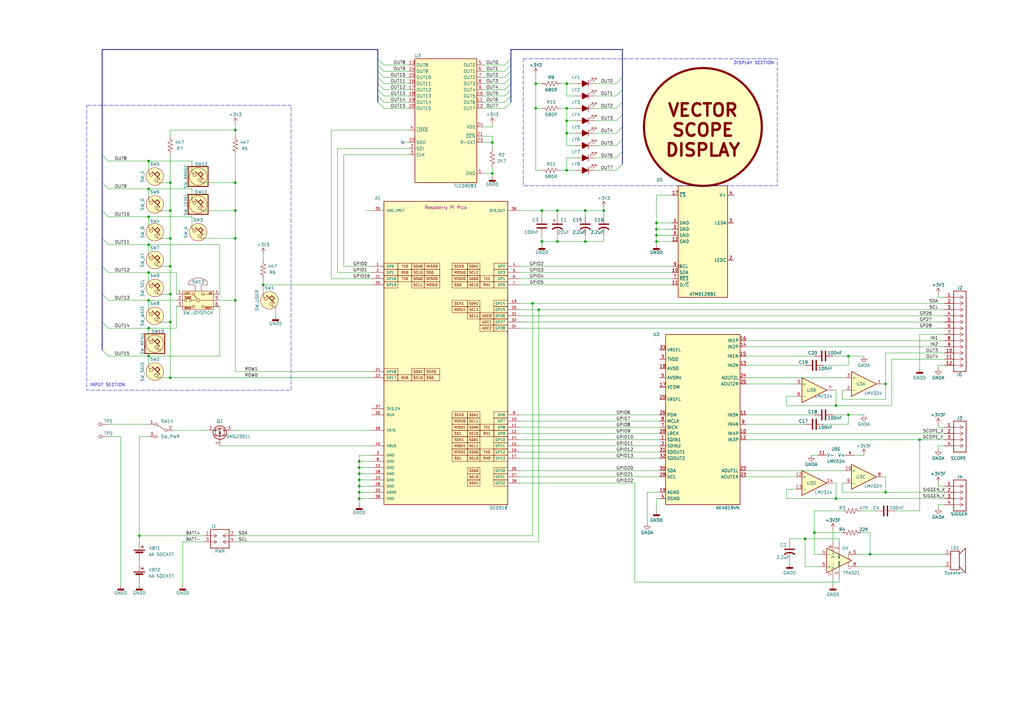
<source format=kicad_sch>
(kicad_sch (version 20230121) (generator eeschema)
  (paper "A3")
  (junction (at 240.03 99.06))
  (junction (at 269.24 99.06))
  (junction (at 69.85 97.79))
  (junction (at 219.71 44.45))
  (junction (at 96.52 123.19))
  (junction (at 222.25 99.06))
  (junction (at 232.41 54.61))
  (junction (at 69.85 120.65))
  (junction (at 69.85 74.93))
  (junction (at 147.32 204.47))
  (junction (at 247.65 86.36))
  (junction (at 69.85 109.22))
  (junction (at 57.15 219.71))
  (junction (at 220.98 127))
  (junction (at 219.71 34.29))
  (junction (at 69.85 154.94))
  (junction (at 96.52 86.36))
  (junction (at 147.32 194.31))
  (junction (at 222.25 86.36))
  (junction (at 147.32 199.39))
  (junction (at 232.41 34.29))
  (junction (at 269.24 91.44))
  (junction (at 363.22 157.48))
  (junction (at 232.41 49.53))
  (junction (at 60.96 66.04))
  (junction (at 228.6 86.36))
  (junction (at 269.24 96.52))
  (junction (at 330.2 220.98))
  (junction (at 347.98 170.18))
  (junction (at 240.03 86.36))
  (junction (at 60.96 146.05))
  (junction (at 96.52 97.79))
  (junction (at 232.41 44.45))
  (junction (at 96.52 74.93))
  (junction (at 147.32 189.23))
  (junction (at 60.96 123.19))
  (junction (at 342.9 204.47))
  (junction (at 107.95 116.84))
  (junction (at 377.19 180.34))
  (junction (at 96.52 53.34))
  (junction (at 60.96 134.62))
  (junction (at 147.32 201.93))
  (junction (at 147.32 196.85))
  (junction (at 269.24 93.98))
  (junction (at 147.32 191.77))
  (junction (at 232.41 69.85))
  (junction (at 342.9 166.37))
  (junction (at 60.96 88.9))
  (junction (at 218.44 124.46))
  (junction (at 356.87 227.33))
  (junction (at 347.98 146.05))
  (junction (at 60.96 111.76))
  (junction (at 228.6 99.06))
  (junction (at 201.93 71.12))
  (junction (at 363.22 201.93))
  (junction (at 69.85 132.08))
  (junction (at 60.96 77.47))
  (junction (at 60.96 100.33))
  (junction (at 201.93 58.42))
  (junction (at 69.85 86.36))
  (junction (at 334.01 218.44))
  (no_connect (at 165.1 58.42))
  (bus_entry (at 252.73 69.85) (size 2.54 -2.54))
  (bus_entry (at 207.01 26.67) (size 2.54 -2.54))
  (bus_entry (at 41.91 63.5) (size 2.54 2.54))
  (bus_entry (at 207.01 34.29) (size 2.54 -2.54))
  (bus_entry (at 207.01 39.37) (size 2.54 -2.54))
  (bus_entry (at 252.73 59.69) (size 2.54 -2.54))
  (bus_entry (at 157.48 26.67) (size -2.54 -2.54))
  (bus_entry (at 252.73 34.29) (size 2.54 -2.54))
  (bus_entry (at 252.73 39.37) (size 2.54 -2.54))
  (bus_entry (at 41.91 109.22) (size 2.54 2.54))
  (bus_entry (at 41.91 132.08) (size 2.54 2.54))
  (bus_entry (at 157.48 41.91) (size -2.54 -2.54))
  (bus_entry (at 252.73 44.45) (size 2.54 -2.54))
  (bus_entry (at 252.73 54.61) (size 2.54 -2.54))
  (bus_entry (at 41.91 143.51) (size 2.54 2.54))
  (bus_entry (at 207.01 36.83) (size 2.54 -2.54))
  (bus_entry (at 157.48 31.75) (size -2.54 -2.54))
  (bus_entry (at 207.01 31.75) (size 2.54 -2.54))
  (bus_entry (at 252.73 64.77) (size 2.54 -2.54))
  (bus_entry (at 157.48 44.45) (size -2.54 -2.54))
  (bus_entry (at 41.91 97.79) (size 2.54 2.54))
  (bus_entry (at 207.01 29.21) (size 2.54 -2.54))
  (bus_entry (at 41.91 86.36) (size 2.54 2.54))
  (bus_entry (at 157.48 29.21) (size -2.54 -2.54))
  (bus_entry (at 207.01 44.45) (size 2.54 -2.54))
  (bus_entry (at 41.91 74.93) (size 2.54 2.54))
  (bus_entry (at 157.48 34.29) (size -2.54 -2.54))
  (bus_entry (at 157.48 36.83) (size -2.54 -2.54))
  (bus_entry (at 207.01 41.91) (size 2.54 -2.54))
  (bus_entry (at 252.73 49.53) (size 2.54 -2.54))
  (bus_entry (at 41.91 120.65) (size 2.54 2.54))
  (bus_entry (at 157.48 39.37) (size -2.54 -2.54))
  (bus (pts (xy 41.91 120.65) (xy 41.91 132.08)))
  (wire (pts (xy 269.24 93.98) (xy 269.24 96.52)))
  (wire (pts (xy 326.39 200.66) (xy 322.58 200.66)))
  (wire (pts (xy 60.96 123.19) (xy 60.96 127)))
  (bus (pts (xy 41.91 74.93) (xy 41.91 86.36)))
  (wire (pts (xy 337.82 173.99) (xy 347.98 173.99)))
  (wire (pts (xy 69.85 154.94) (xy 152.4 154.94)))
  (wire (pts (xy 232.41 34.29) (xy 229.87 34.29)))
  (wire (pts (xy 140.97 109.22) (xy 152.4 109.22)))
  (wire (pts (xy 306.07 142.24) (xy 387.35 142.24)))
  (bus (pts (xy 209.55 26.67) (xy 209.55 29.21)))
  (wire (pts (xy 57.15 219.71) (xy 57.15 222.25)))
  (bus (pts (xy 154.94 26.67) (xy 154.94 29.21)))
  (wire (pts (xy 306.07 193.04) (xy 346.71 193.04)))
  (wire (pts (xy 269.24 80.01) (xy 269.24 91.44)))
  (wire (pts (xy 322.58 200.66) (xy 322.58 204.47)))
  (wire (pts (xy 332.74 186.69) (xy 335.28 186.69)))
  (wire (pts (xy 323.85 220.98) (xy 330.2 220.98)))
  (wire (pts (xy 90.17 182.88) (xy 152.4 182.88)))
  (wire (pts (xy 351.79 232.41) (xy 387.35 232.41)))
  (bus (pts (xy 154.94 20.32) (xy 154.94 24.13)))
  (wire (pts (xy 96.52 50.8) (xy 96.52 53.34)))
  (wire (pts (xy 198.12 52.07) (xy 201.93 52.07)))
  (bus (pts (xy 209.55 20.32) (xy 209.55 24.13)))
  (wire (pts (xy 147.32 196.85) (xy 152.4 196.85)))
  (wire (pts (xy 363.22 201.93) (xy 363.22 195.58)))
  (wire (pts (xy 345.44 198.12) (xy 345.44 201.93)))
  (wire (pts (xy 201.93 55.88) (xy 201.93 58.42)))
  (wire (pts (xy 347.98 170.18) (xy 354.33 170.18)))
  (wire (pts (xy 138.43 60.96) (xy 138.43 111.76)))
  (wire (pts (xy 247.65 99.06) (xy 247.65 96.52)))
  (wire (pts (xy 198.12 29.21) (xy 207.01 29.21)))
  (wire (pts (xy 322.58 162.56) (xy 322.58 166.37)))
  (wire (pts (xy 384.81 182.88) (xy 387.35 182.88)))
  (wire (pts (xy 44.45 111.76) (xy 60.96 111.76)))
  (wire (pts (xy 363.22 195.58) (xy 361.95 195.58)))
  (wire (pts (xy 337.82 149.86) (xy 347.98 149.86)))
  (wire (pts (xy 363.22 201.93) (xy 387.35 201.93)))
  (wire (pts (xy 147.32 191.77) (xy 147.32 194.31)))
  (bus (pts (xy 41.91 20.32) (xy 41.91 63.5)))
  (wire (pts (xy 219.71 30.48) (xy 219.71 34.29)))
  (bus (pts (xy 41.91 109.22) (xy 41.91 120.65)))
  (wire (pts (xy 147.32 201.93) (xy 152.4 201.93)))
  (wire (pts (xy 213.36 180.34) (xy 270.51 180.34)))
  (wire (pts (xy 247.65 85.09) (xy 247.65 86.36)))
  (wire (pts (xy 232.41 44.45) (xy 229.87 44.45)))
  (wire (pts (xy 232.41 49.53) (xy 232.41 54.61)))
  (wire (pts (xy 306.07 180.34) (xy 377.19 180.34)))
  (wire (pts (xy 344.17 220.98) (xy 330.2 220.98)))
  (wire (pts (xy 96.52 53.34) (xy 96.52 55.88)))
  (wire (pts (xy 377.19 151.13) (xy 377.19 137.16)))
  (wire (pts (xy 347.98 170.18) (xy 347.98 173.99)))
  (wire (pts (xy 66.04 120.65) (xy 69.85 120.65)))
  (wire (pts (xy 270.51 204.47) (xy 269.24 204.47)))
  (wire (pts (xy 167.64 39.37) (xy 157.48 39.37)))
  (wire (pts (xy 213.36 182.88) (xy 270.51 182.88)))
  (wire (pts (xy 198.12 55.88) (xy 201.93 55.88)))
  (bus (pts (xy 209.55 29.21) (xy 209.55 31.75)))
  (wire (pts (xy 66.04 86.36) (xy 69.85 86.36)))
  (wire (pts (xy 96.52 86.36) (xy 96.52 97.79)))
  (wire (pts (xy 60.96 146.05) (xy 60.96 149.86)))
  (wire (pts (xy 377.19 137.16) (xy 387.35 137.16)))
  (wire (pts (xy 306.07 139.7) (xy 387.35 139.7)))
  (wire (pts (xy 83.82 74.93) (xy 96.52 74.93)))
  (wire (pts (xy 83.82 86.36) (xy 96.52 86.36)))
  (wire (pts (xy 201.93 52.07) (xy 201.93 50.8)))
  (wire (pts (xy 232.41 59.69) (xy 236.22 59.69)))
  (wire (pts (xy 213.36 198.12) (xy 260.35 198.12)))
  (wire (pts (xy 341.63 217.17) (xy 341.63 222.25)))
  (wire (pts (xy 60.96 123.19) (xy 72.39 123.19)))
  (bus (pts (xy 255.27 31.75) (xy 255.27 36.83)))
  (wire (pts (xy 44.45 77.47) (xy 60.96 77.47)))
  (wire (pts (xy 147.32 196.85) (xy 147.32 199.39)))
  (wire (pts (xy 260.35 238.76) (xy 260.35 198.12)))
  (wire (pts (xy 213.36 109.22) (xy 275.59 109.22)))
  (wire (pts (xy 220.98 222.25) (xy 220.98 127)))
  (wire (pts (xy 222.25 86.36) (xy 222.25 88.9)))
  (wire (pts (xy 60.96 77.47) (xy 60.96 81.28)))
  (wire (pts (xy 66.04 74.93) (xy 69.85 74.93)))
  (bus (pts (xy 255.27 20.32) (xy 255.27 31.75)))
  (wire (pts (xy 228.6 86.36) (xy 240.03 86.36)))
  (bus (pts (xy 255.27 46.99) (xy 255.27 52.07)))
  (wire (pts (xy 330.2 220.98) (xy 330.2 232.41)))
  (wire (pts (xy 334.01 209.55) (xy 334.01 218.44)))
  (bus (pts (xy 209.55 36.83) (xy 209.55 39.37)))
  (wire (pts (xy 107.95 104.14) (xy 107.95 106.68)))
  (bus (pts (xy 154.94 34.29) (xy 154.94 36.83)))
  (wire (pts (xy 345.44 163.83) (xy 363.22 163.83)))
  (wire (pts (xy 198.12 26.67) (xy 207.01 26.67)))
  (bus (pts (xy 209.55 34.29) (xy 209.55 36.83)))
  (wire (pts (xy 69.85 86.36) (xy 69.85 97.79)))
  (wire (pts (xy 167.64 34.29) (xy 157.48 34.29)))
  (wire (pts (xy 363.22 144.78) (xy 363.22 157.48)))
  (wire (pts (xy 60.96 88.9) (xy 60.96 92.71)))
  (wire (pts (xy 384.81 199.39) (xy 387.35 199.39)))
  (wire (pts (xy 147.32 199.39) (xy 152.4 199.39)))
  (wire (pts (xy 243.84 59.69) (xy 252.73 59.69)))
  (wire (pts (xy 384.81 149.86) (xy 387.35 149.86)))
  (wire (pts (xy 232.41 69.85) (xy 232.41 64.77)))
  (wire (pts (xy 60.96 77.47) (xy 78.74 77.47)))
  (wire (pts (xy 341.63 146.05) (xy 347.98 146.05)))
  (wire (pts (xy 232.41 69.85) (xy 229.87 69.85)))
  (wire (pts (xy 240.03 99.06) (xy 240.03 96.52)))
  (wire (pts (xy 60.96 146.05) (xy 90.17 146.05)))
  (wire (pts (xy 323.85 222.25) (xy 323.85 220.98)))
  (wire (pts (xy 384.81 149.86) (xy 384.81 151.13)))
  (wire (pts (xy 69.85 132.08) (xy 69.85 154.94)))
  (wire (pts (xy 306.07 157.48) (xy 326.39 157.48)))
  (wire (pts (xy 322.58 204.47) (xy 342.9 204.47)))
  (wire (pts (xy 147.32 189.23) (xy 147.32 191.77)))
  (wire (pts (xy 201.93 58.42) (xy 198.12 58.42)))
  (wire (pts (xy 269.24 91.44) (xy 269.24 93.98)))
  (bus (pts (xy 255.27 41.91) (xy 255.27 46.99)))
  (wire (pts (xy 44.45 100.33) (xy 60.96 100.33)))
  (bus (pts (xy 255.27 52.07) (xy 255.27 57.15)))
  (wire (pts (xy 140.97 63.5) (xy 140.97 109.22)))
  (wire (pts (xy 57.15 179.07) (xy 57.15 219.71)))
  (wire (pts (xy 346.71 198.12) (xy 345.44 198.12)))
  (wire (pts (xy 341.63 170.18) (xy 347.98 170.18)))
  (wire (pts (xy 213.36 86.36) (xy 222.25 86.36)))
  (bus (pts (xy 255.27 57.15) (xy 255.27 62.23)))
  (wire (pts (xy 167.64 29.21) (xy 157.48 29.21)))
  (wire (pts (xy 236.22 39.37) (xy 232.41 39.37)))
  (wire (pts (xy 60.96 88.9) (xy 78.74 88.9)))
  (wire (pts (xy 167.64 36.83) (xy 157.48 36.83)))
  (wire (pts (xy 342.9 204.47) (xy 387.35 204.47)))
  (wire (pts (xy 377.19 180.34) (xy 387.35 180.34)))
  (wire (pts (xy 167.64 41.91) (xy 157.48 41.91)))
  (wire (pts (xy 69.85 120.65) (xy 69.85 132.08)))
  (wire (pts (xy 213.36 177.8) (xy 270.51 177.8)))
  (wire (pts (xy 345.44 218.44) (xy 334.01 218.44)))
  (bus (pts (xy 154.94 36.83) (xy 154.94 39.37)))
  (wire (pts (xy 96.52 152.4) (xy 96.52 123.19)))
  (wire (pts (xy 44.45 88.9) (xy 60.96 88.9)))
  (wire (pts (xy 377.19 209.55) (xy 377.19 180.34)))
  (wire (pts (xy 365.76 147.32) (xy 365.76 166.37)))
  (wire (pts (xy 236.22 34.29) (xy 232.41 34.29)))
  (wire (pts (xy 83.82 97.79) (xy 96.52 97.79)))
  (wire (pts (xy 44.45 123.19) (xy 60.96 123.19)))
  (bus (pts (xy 209.55 24.13) (xy 209.55 26.67)))
  (wire (pts (xy 347.98 146.05) (xy 354.33 146.05)))
  (wire (pts (xy 213.36 187.96) (xy 270.51 187.96)))
  (wire (pts (xy 60.96 100.33) (xy 60.96 104.14)))
  (wire (pts (xy 66.04 154.94) (xy 69.85 154.94)))
  (wire (pts (xy 72.39 125.73) (xy 72.39 134.62)))
  (wire (pts (xy 365.76 147.32) (xy 387.35 147.32)))
  (wire (pts (xy 363.22 144.78) (xy 387.35 144.78)))
  (bus (pts (xy 41.91 97.79) (xy 41.91 109.22)))
  (wire (pts (xy 232.41 44.45) (xy 232.41 49.53)))
  (wire (pts (xy 60.96 134.62) (xy 72.39 134.62)))
  (wire (pts (xy 69.85 109.22) (xy 69.85 120.65)))
  (wire (pts (xy 198.12 44.45) (xy 207.01 44.45)))
  (wire (pts (xy 69.85 55.88) (xy 69.85 53.34)))
  (bus (pts (xy 41.91 86.36) (xy 41.91 97.79)))
  (wire (pts (xy 107.95 116.84) (xy 152.4 116.84)))
  (wire (pts (xy 152.4 186.69) (xy 147.32 186.69)))
  (wire (pts (xy 219.71 44.45) (xy 219.71 69.85)))
  (wire (pts (xy 265.43 201.93) (xy 265.43 214.63)))
  (wire (pts (xy 90.17 125.73) (xy 90.17 146.05)))
  (wire (pts (xy 213.36 195.58) (xy 270.51 195.58)))
  (wire (pts (xy 147.32 204.47) (xy 152.4 204.47)))
  (wire (pts (xy 213.36 111.76) (xy 275.59 111.76)))
  (wire (pts (xy 269.24 96.52) (xy 269.24 99.06)))
  (wire (pts (xy 243.84 39.37) (xy 252.73 39.37)))
  (wire (pts (xy 334.01 227.33) (xy 336.55 227.33)))
  (wire (pts (xy 243.84 44.45) (xy 252.73 44.45)))
  (wire (pts (xy 147.32 189.23) (xy 152.4 189.23)))
  (wire (pts (xy 356.87 227.33) (xy 387.35 227.33)))
  (wire (pts (xy 228.6 99.06) (xy 240.03 99.06)))
  (wire (pts (xy 96.52 63.5) (xy 96.52 74.93)))
  (wire (pts (xy 147.32 194.31) (xy 152.4 194.31)))
  (wire (pts (xy 247.65 88.9) (xy 247.65 86.36)))
  (wire (pts (xy 147.32 194.31) (xy 147.32 196.85)))
  (bus (pts (xy 41.91 132.08) (xy 41.91 143.51)))
  (wire (pts (xy 213.36 185.42) (xy 270.51 185.42)))
  (wire (pts (xy 341.63 160.02) (xy 342.9 160.02)))
  (wire (pts (xy 240.03 88.9) (xy 240.03 86.36)))
  (wire (pts (xy 275.59 80.01) (xy 269.24 80.01)))
  (wire (pts (xy 323.85 231.14) (xy 323.85 229.87)))
  (wire (pts (xy 71.12 176.53) (xy 85.09 176.53)))
  (wire (pts (xy 78.74 92.71) (xy 78.74 88.9)))
  (wire (pts (xy 95.25 176.53) (xy 152.4 176.53)))
  (wire (pts (xy 78.74 81.28) (xy 78.74 77.47)))
  (wire (pts (xy 220.98 127) (xy 387.35 127)))
  (wire (pts (xy 350.52 186.69) (xy 354.33 186.69)))
  (wire (pts (xy 213.36 124.46) (xy 218.44 124.46)))
  (wire (pts (xy 213.36 170.18) (xy 270.51 170.18)))
  (wire (pts (xy 243.84 69.85) (xy 252.73 69.85)))
  (wire (pts (xy 243.84 54.61) (xy 252.73 54.61)))
  (wire (pts (xy 384.81 198.12) (xy 384.81 199.39)))
  (wire (pts (xy 361.95 157.48) (xy 363.22 157.48)))
  (wire (pts (xy 334.01 218.44) (xy 334.01 227.33)))
  (wire (pts (xy 269.24 96.52) (xy 275.59 96.52)))
  (wire (pts (xy 72.39 111.76) (xy 72.39 120.65)))
  (wire (pts (xy 44.45 134.62) (xy 60.96 134.62)))
  (wire (pts (xy 198.12 34.29) (xy 207.01 34.29)))
  (wire (pts (xy 344.17 237.49) (xy 344.17 238.76)))
  (wire (pts (xy 140.97 63.5) (xy 167.64 63.5)))
  (wire (pts (xy 306.07 177.8) (xy 387.35 177.8)))
  (wire (pts (xy 213.36 127) (xy 220.98 127)))
  (wire (pts (xy 346.71 160.02) (xy 345.44 160.02)))
  (wire (pts (xy 60.96 66.04) (xy 78.74 66.04)))
  (wire (pts (xy 74.93 222.25) (xy 74.93 240.03)))
  (wire (pts (xy 269.24 99.06) (xy 269.24 100.33)))
  (wire (pts (xy 384.81 173.99) (xy 384.81 175.26)))
  (wire (pts (xy 69.85 63.5) (xy 69.85 74.93)))
  (wire (pts (xy 57.15 229.87) (xy 57.15 231.14)))
  (wire (pts (xy 113.03 125.73) (xy 113.03 129.54)))
  (wire (pts (xy 60.96 100.33) (xy 90.17 100.33)))
  (wire (pts (xy 353.06 218.44) (xy 356.87 218.44)))
  (wire (pts (xy 228.6 99.06) (xy 228.6 96.52)))
  (wire (pts (xy 69.85 97.79) (xy 69.85 109.22)))
  (wire (pts (xy 60.96 134.62) (xy 60.96 138.43)))
  (wire (pts (xy 269.24 91.44) (xy 275.59 91.44)))
  (wire (pts (xy 138.43 60.96) (xy 167.64 60.96)))
  (bus (pts (xy 255.27 36.83) (xy 255.27 41.91)))
  (bus (pts (xy 209.55 20.32) (xy 255.27 20.32)))
  (wire (pts (xy 236.22 44.45) (xy 232.41 44.45)))
  (wire (pts (xy 218.44 124.46) (xy 218.44 219.71)))
  (wire (pts (xy 326.39 162.56) (xy 322.58 162.56)))
  (bus (pts (xy 41.91 63.5) (xy 41.91 74.93)))
  (wire (pts (xy 44.45 173.99) (xy 60.96 173.99)))
  (wire (pts (xy 96.52 152.4) (xy 152.4 152.4)))
  (wire (pts (xy 218.44 124.46) (xy 387.35 124.46)))
  (wire (pts (xy 356.87 218.44) (xy 356.87 227.33)))
  (wire (pts (xy 222.25 69.85) (xy 219.71 69.85)))
  (wire (pts (xy 384.81 207.01) (xy 384.81 208.28)))
  (wire (pts (xy 345.44 209.55) (xy 334.01 209.55)))
  (wire (pts (xy 78.74 69.85) (xy 78.74 66.04)))
  (wire (pts (xy 96.52 222.25) (xy 220.98 222.25)))
  (wire (pts (xy 66.04 109.22) (xy 69.85 109.22)))
  (wire (pts (xy 198.12 39.37) (xy 207.01 39.37)))
  (wire (pts (xy 384.81 182.88) (xy 384.81 184.15)))
  (wire (pts (xy 222.25 44.45) (xy 219.71 44.45)))
  (wire (pts (xy 243.84 49.53) (xy 252.73 49.53)))
  (wire (pts (xy 344.17 222.25) (xy 344.17 220.98)))
  (wire (pts (xy 228.6 88.9) (xy 228.6 86.36)))
  (wire (pts (xy 342.9 160.02) (xy 342.9 166.37)))
  (wire (pts (xy 345.44 201.93) (xy 363.22 201.93)))
  (wire (pts (xy 198.12 41.91) (xy 207.01 41.91)))
  (wire (pts (xy 44.45 66.04) (xy 60.96 66.04)))
  (wire (pts (xy 269.24 93.98) (xy 275.59 93.98)))
  (wire (pts (xy 198.12 71.12) (xy 201.93 71.12)))
  (bus (pts (xy 209.55 31.75) (xy 209.55 34.29)))
  (wire (pts (xy 384.81 207.01) (xy 387.35 207.01)))
  (bus (pts (xy 154.94 24.13) (xy 154.94 26.67)))
  (wire (pts (xy 232.41 54.61) (xy 232.41 59.69)))
  (wire (pts (xy 345.44 160.02) (xy 345.44 163.83)))
  (wire (pts (xy 165.1 58.42) (xy 167.64 58.42)))
  (wire (pts (xy 135.89 114.3) (xy 152.4 114.3)))
  (wire (pts (xy 306.07 154.94) (xy 346.71 154.94)))
  (wire (pts (xy 232.41 69.85) (xy 236.22 69.85)))
  (wire (pts (xy 353.06 209.55) (xy 359.41 209.55)))
  (wire (pts (xy 57.15 238.76) (xy 57.15 240.03)))
  (wire (pts (xy 243.84 64.77) (xy 252.73 64.77)))
  (wire (pts (xy 138.43 111.76) (xy 152.4 111.76)))
  (wire (pts (xy 90.17 123.19) (xy 96.52 123.19)))
  (wire (pts (xy 347.98 146.05) (xy 347.98 149.86)))
  (wire (pts (xy 167.64 31.75) (xy 157.48 31.75)))
  (wire (pts (xy 147.32 186.69) (xy 147.32 189.23)))
  (wire (pts (xy 213.36 129.54) (xy 387.35 129.54)))
  (wire (pts (xy 306.07 195.58) (xy 326.39 195.58)))
  (wire (pts (xy 363.22 157.48) (xy 363.22 163.83)))
  (wire (pts (xy 367.03 209.55) (xy 377.19 209.55)))
  (wire (pts (xy 135.89 53.34) (xy 167.64 53.34)))
  (wire (pts (xy 236.22 64.77) (xy 232.41 64.77)))
  (wire (pts (xy 96.52 97.79) (xy 96.52 123.19)))
  (wire (pts (xy 222.25 99.06) (xy 222.25 96.52)))
  (wire (pts (xy 384.81 121.92) (xy 387.35 121.92)))
  (wire (pts (xy 198.12 31.75) (xy 207.01 31.75)))
  (wire (pts (xy 49.53 179.07) (xy 49.53 240.03)))
  (wire (pts (xy 57.15 219.71) (xy 83.82 219.71)))
  (wire (pts (xy 306.07 170.18) (xy 334.01 170.18)))
  (wire (pts (xy 232.41 34.29) (xy 232.41 39.37)))
  (wire (pts (xy 351.79 227.33) (xy 356.87 227.33)))
  (wire (pts (xy 57.15 179.07) (xy 60.96 179.07)))
  (wire (pts (xy 269.24 204.47) (xy 269.24 209.55)))
  (wire (pts (xy 135.89 53.34) (xy 135.89 114.3)))
  (bus (pts (xy 154.94 39.37) (xy 154.94 41.91)))
  (wire (pts (xy 201.93 71.12) (xy 201.93 72.39)))
  (wire (pts (xy 243.84 34.29) (xy 252.73 34.29)))
  (wire (pts (xy 90.17 100.33) (xy 90.17 120.65)))
  (wire (pts (xy 269.24 99.06) (xy 275.59 99.06)))
  (wire (pts (xy 66.04 132.08) (xy 69.85 132.08)))
  (wire (pts (xy 149.86 86.36) (xy 152.4 86.36)))
  (wire (pts (xy 147.32 201.93) (xy 147.32 204.47)))
  (bus (pts (xy 255.27 62.23) (xy 255.27 67.31)))
  (wire (pts (xy 74.93 222.25) (xy 83.82 222.25)))
  (bus (pts (xy 154.94 29.21) (xy 154.94 31.75)))
  (wire (pts (xy 213.36 193.04) (xy 270.51 193.04)))
  (wire (pts (xy 167.64 26.67) (xy 157.48 26.67)))
  (wire (pts (xy 60.96 111.76) (xy 72.39 111.76)))
  (wire (pts (xy 240.03 86.36) (xy 247.65 86.36)))
  (wire (pts (xy 201.93 60.96) (xy 201.93 58.42)))
  (wire (pts (xy 306.07 146.05) (xy 334.01 146.05)))
  (wire (pts (xy 147.32 199.39) (xy 147.32 201.93)))
  (wire (pts (xy 213.36 114.3) (xy 275.59 114.3)))
  (wire (pts (xy 384.81 175.26) (xy 387.35 175.26)))
  (wire (pts (xy 44.45 146.05) (xy 60.96 146.05)))
  (wire (pts (xy 107.95 116.84) (xy 107.95 120.65)))
  (wire (pts (xy 342.9 198.12) (xy 342.9 204.47)))
  (wire (pts (xy 330.2 232.41) (xy 336.55 232.41)))
  (wire (pts (xy 342.9 166.37) (xy 365.76 166.37)))
  (wire (pts (xy 198.12 36.83) (xy 207.01 36.83)))
  (wire (pts (xy 213.36 172.72) (xy 270.51 172.72)))
  (wire (pts (xy 49.53 179.07) (xy 44.45 179.07)))
  (wire (pts (xy 69.85 74.93) (xy 69.85 86.36)))
  (wire (pts (xy 96.52 219.71) (xy 218.44 219.71)))
  (wire (pts (xy 66.04 97.79) (xy 69.85 97.79)))
  (wire (pts (xy 236.22 54.61) (xy 232.41 54.61)))
  (wire (pts (xy 96.52 74.93) (xy 96.52 86.36)))
  (wire (pts (xy 60.96 66.04) (xy 60.96 69.85)))
  (wire (pts (xy 219.71 34.29) (xy 219.71 44.45)))
  (wire (pts (xy 213.36 132.08) (xy 387.35 132.08)))
  (wire (pts (xy 384.81 120.65) (xy 384.81 121.92)))
  (wire (pts (xy 222.25 34.29) (xy 219.71 34.29)))
  (wire (pts (xy 341.63 237.49) (xy 341.63 240.03)))
  (bus (pts (xy 41.91 20.32) (xy 154.94 20.32)))
  (bus (pts (xy 209.55 39.37) (xy 209.55 41.91)))
  (wire (pts (xy 306.07 173.99) (xy 330.2 173.99)))
  (bus (pts (xy 154.94 31.75) (xy 154.94 34.29)))
  (wire (pts (xy 260.35 238.76) (xy 344.17 238.76)))
  (wire (pts (xy 222.25 99.06) (xy 228.6 99.06)))
  (wire (pts (xy 342.9 198.12) (xy 341.63 198.12)))
  (wire (pts (xy 228.6 86.36) (xy 222.25 86.36)))
  (wire (pts (xy 167.64 44.45) (xy 157.48 44.45)))
  (wire (pts (xy 222.25 99.06) (xy 222.25 100.33)))
  (wire (pts (xy 60.96 111.76) (xy 60.96 115.57)))
  (wire (pts (xy 236.22 49.53) (xy 232.41 49.53)))
  (wire (pts (xy 107.95 114.3) (xy 107.95 116.84)))
  (wire (pts (xy 270.51 201.93) (xy 265.43 201.93)))
  (wire (pts (xy 147.32 204.47) (xy 147.32 207.01)))
  (wire (pts (xy 213.36 116.84) (xy 275.59 116.84)))
  (wire (pts (xy 69.85 53.34) (xy 96.52 53.34)))
  (wire (pts (xy 213.36 134.62) (xy 387.35 134.62)))
  (wire (pts (xy 201.93 68.58) (xy 201.93 71.12)))
  (wire (pts (xy 322.58 166.37) (xy 342.9 166.37)))
  (wire (pts (xy 147.32 191.77) (xy 152.4 191.77)))
  (wire (pts (xy 240.03 99.06) (xy 247.65 99.06)))
  (wire (pts (xy 306.07 149.86) (xy 330.2 149.86)))
  (wire (pts (xy 213.36 175.26) (xy 270.51 175.26)))
  (rectangle (start 35.56 43.18) (end 119.38 160.02) (stroke (width 0) (type dash)))
  (rectangle (start 214.63 24.13) (end 318.77 76.2) (stroke (width 0) (type dash)))
  (text "INPUT SECTION" (at 36.83 158.75 0) (effects (font (size 1.27 1.27)) (justify left bottom)))
  (text "DISPLAY SECTION" (at 317.5 26.67 0) (effects (font (size 1.27 1.27)) (justify right bottom)))
  (label "OUT11" (at 46.99 100.33 0))
  (label "GP28" (at 382.27 134.62 180))
  (label "OUT11" (at 166.37 34.29 180))
  (label "OUT15" (at 46.99 146.05 0))
  (label "OUT3" (at 246.38 49.53 0))
  (label "OUT15" (at 166.37 44.45 180))
  (label "OUT7" (at 246.38 69.85 0))
  (label "OUT12" (at 46.99 111.76 0))
  (label "GPIO21" (at 252.73 195.58 0))
  (label "IN1" (at 384.81 139.7 180))
  (label "OUT5" (at 246.38 59.69 0))
  (label "OUT5" (at 199.39 39.37 0))
  (label "OUT9" (at 166.37 29.21 180))
  (label "GPIO11" (at 252.73 182.88 0))
  (label "OUT9" (at 46.99 77.47 0))
  (label "OUT1" (at 246.38 39.37 0))
  (label "OUT1" (at 199.39 29.21 0))
  (label "OUT4" (at 199.39 36.83 0))
  (label "OUT8" (at 166.37 26.67 180))
  (label "GPIO20" (at 252.73 193.04 0))
  (label "GPIO9" (at 252.73 177.8 0))
  (label "SDA" (at 97.79 219.71 0))
  (label "OUT6" (at 199.39 41.91 0))
  (label "SCOPE_Y" (at 378.46 180.34 0))
  (label "OUT4" (at 246.38 54.61 0))
  (label "OUT13" (at 46.99 123.19 0))
  (label "OUT2" (at 246.38 44.45 0))
  (label "OUT0" (at 199.39 26.67 0))
  (label "OUT10" (at 166.37 31.75 180))
  (label "GPIO7" (at 252.73 172.72 0))
  (label "GP27" (at 382.27 132.08 180))
  (label "GPIO1" (at 144.78 111.76 0))
  (label "OUT4" (at 384.81 147.32 180))
  (label "GPIO6" (at 252.73 170.18 0))
  (label "ROW0" (at 100.33 154.94 0))
  (label "SIGGEN_Y" (at 378.46 204.47 0))
  (label "GPIO0" (at 144.78 109.22 0))
  (label "GPIO5" (at 217.17 116.84 0))
  (label "OUT3" (at 199.39 34.29 0))
  (label "OUT2" (at 199.39 31.75 0))
  (label "GPIO10" (at 252.73 180.34 0))
  (label "OUT3" (at 384.81 144.78 180))
  (label "GPIO8" (at 252.73 175.26 0))
  (label "GPIO4" (at 217.17 114.3 0))
  (label "SCOPE_X" (at 378.46 177.8 0))
  (label "OUT14" (at 46.99 134.62 0))
  (label "SCL" (at 97.79 222.25 0))
  (label "GPIO13" (at 252.73 187.96 0))
  (label "SIGGEN_X" (at 378.46 201.93 0))
  (label "GPIO12" (at 252.73 185.42 0))
  (label "OUT6" (at 246.38 64.77 0))
  (label "GP26" (at 382.27 129.54 180))
  (label "GPIO3" (at 217.17 111.76 0))
  (label "BATT-" (at 76.2 222.25 0))
  (label "SCL" (at 384.81 127 180))
  (label "BATT+" (at 76.2 219.71 0))
  (label "OUT0" (at 246.38 34.29 0))
  (label "OUT10" (at 46.99 88.9 0))
  (label "SDA" (at 384.81 124.46 180))
  (label "ROW1" (at 100.33 152.4 0))
  (label "GPIO16" (at 144.78 114.3 0))
  (label "OUT7" (at 199.39 44.45 0))
  (label "OUT14" (at 166.37 41.91 180))
  (label "IN2" (at 384.81 142.24 180))
  (label "OUT12" (at 166.37 36.83 180))
  (label "GPIO2" (at 217.17 109.22 0))
  (label "GPIO22" (at 252.73 198.12 0))
  (label "OUT8" (at 46.99 66.04 0))
  (label "OUT13" (at 166.37 39.37 180))
  (symbol (lib_id ".stumbler:+3V3F") (at 341.63 217.17 0) (unit 1)
    (property "Reference" "#PWR023" (effects hide))
    (property "Value" "+3V3F" (at 341.63 213.36 0))
  )
  (symbol (lib_id "Connector:TestPoint_Alt") (at 44.45 179.07 90) (unit 1)
    (property "Reference" "TP2" (at 44.45 177.8 90))
    (property "Value" "TP_EXT_PAD" (effects hide))
  )
  (symbol (lib_id ".stumbler:LED") (at 240.03 44.45 180) (unit 1)
    (property "Reference" "LY3" (at 236.22 41.91 0))
    (property "Value" "APT2012SYCK" (effects hide))
  )
  (symbol (lib_id ".stumbler:LED") (at 240.03 59.69 180) (unit 1)
    (property "Reference" "LY6" (at 236.22 57.15 0))
    (property "Value" "APT2012SYCK" (effects hide))
  )
  (symbol (lib_id ".stumbler:RES") (at 226.06 69.85 270) (mirror x) (unit 1)
    (property "Reference" "R11" (at 226.06 67.31 90))
    (property "Value" "680R" (at 226.06 72.39 90))
  )
  (symbol (lib_id ".vector:TPA321") (at 344.17 229.87 0) (unit 1)
    (property "Reference" "U4" (at 346.71 224.79 0))
    (property "Value" "TPA321" (at 349.25 234.95 0))
  )
  (symbol (lib_id ".vector:GNDA") (at 384.81 151.13 0) (unit 1)
    (property "Reference" "#PWR017" (effects hide))
    (property "Value" "GNDA" (at 384.81 154.94 0))
  )
  (symbol (lib_id "Device:Battery_Cell") (at 57.15 227.33 0) (unit 1)
    (property "Reference" "XBT1" (at 60.96 224.8535 0) (effects (justify left)))
    (property "Value" "AA SOCKET" (at 60.96 227.3935 0) (effects (justify left)))
  )
  (symbol (lib_id ".vector:SC0918") (at 182.88 163.83 0) (unit 1)
    (property "Reference" "A1" (at 154.94 81.28 0))
    (property "Value" "SC0918" (at 204.47 208.28 0))
    (property "Footprint" "Raspberry Pi:MODULE_SC0918" (effects hide))
    (property "Datasheet" "https://datasheets.raspberrypi.com/picow/pico-w-datasheet.pdf" (effects hide))
    (property "manufacturer" "Raspberry Pi Pico" (at 182.88 85.09 0))
    (property "P/N" "SC0918" (effects hide))
    (property "PARTREV" "1.6" (effects hide))
    (property "MAXIMUM_PACKAGE_HEIGHT" "3.73mm" (effects hide))
  )
  (symbol (lib_id ".stumbler:C") (at 334.01 149.86 90) (mirror x) (unit 1)
    (property "Reference" "C19" (at 331.47 148.59 90) (effects (justify left)))
    (property "Value" "100nF" (at 341.63 151.13 90) (effects (justify left)))
  )
  (symbol (lib_id ".vector:SW_Push_45circle") (at 63.5 152.4 0) (unit 1)
    (property "Reference" "SW2" (at 63.5 147.32 0))
    (property "Value" "SW_SAVE" (at 58.42 152.4 90))
  )
  (symbol (lib_id ".stumbler:+3V3") (at 96.52 50.8 0) (unit 1)
    (property "Reference" "#PWR02" (effects hide))
    (property "Value" "+3V3" (at 96.52 46.99 0))
  )
  (symbol (lib_id ".stumbler:RES") (at 107.95 110.49 180) (unit 1)
    (property "Reference" "R6" (at 111.76 111.76 0))
    (property "Value" "4K7" (at 111.76 109.22 0))
  )
  (symbol (lib_id ".stumbler:CAP") (at 240.03 92.71 0) (mirror y) (unit 1)
    (property "Reference" "C15" (at 238.76 90.17 0) (effects (justify left)))
    (property "Value" "2.2uF" (at 237.49 95.25 0))
  )
  (symbol (lib_id "Amplifier_Operational:LMV324") (at 354.33 157.48 0) (unit 1)
    (property "Reference" "U3" (at 353.06 157.48 0))
    (property "Value" "LMV324" (at 358.14 161.29 0))
    (property "Datasheet" "http://www.ti.com/lit/ds/symlink/lmv324.pdf" (effects hide))
  )
  (symbol (lib_id ".stumbler:C") (at 337.82 170.18 90) (mirror x) (unit 1)
    (property "Reference" "C18" (at 335.28 168.91 90) (effects (justify left)))
    (property "Value" "100nF" (at 345.44 171.45 90) (effects (justify left)))
  )
  (symbol (lib_id ".stumbler:RES") (at 349.25 218.44 270) (mirror x) (unit 1)
    (property "Reference" "R4" (at 345.44 217.17 90))
    (property "Value" "22K" (at 354.33 217.17 90))
  )
  (symbol (lib_id ".vector:ATM0128B1") (at 288.29 83.82 0) (unit 1)
    (property "Reference" "U1" (at 270.51 73.66 0))
    (property "Value" "ATM0128B1" (at 288.29 120.65 0))
  )
  (symbol (lib_id ".stumbler:RES") (at 349.25 209.55 270) (mirror x) (unit 1)
    (property "Reference" "R3" (at 345.44 208.28 90))
    (property "Value" "47K" (at 354.33 208.28 90))
  )
  (symbol (lib_id ".stumbler:C") (at 334.01 173.99 90) (mirror x) (unit 1)
    (property "Reference" "C17" (at 331.47 172.72 90) (effects (justify left)))
    (property "Value" "100nF" (at 341.63 175.26 90) (effects (justify left)))
  )
  (symbol (lib_id ".stumbler:C") (at 337.82 146.05 90) (mirror x) (unit 1)
    (property "Reference" "C20" (at 335.28 144.78 90) (effects (justify left)))
    (property "Value" "100nF" (at 345.44 144.78 90) (effects (justify left)))
  )
  (symbol (lib_id ".stumbler:LED") (at 240.03 64.77 180) (unit 1)
    (property "Reference" "LY7" (at 236.22 62.23 0))
    (property "Value" "APT2012SYCK" (effects hide))
  )
  (symbol (lib_id ".stumbler:+3V3") (at 201.93 50.8 0) (unit 1)
    (property "Reference" "#PWR010" (effects hide))
    (property "Value" "+3V3" (at 201.93 46.99 0))
  )
  (symbol (lib_id ".vector:GNDD") (at 113.03 129.54 0) (unit 1)
    (property "Reference" "#PWR03" (effects hide))
    (property "Value" "GNDD" (at 113.03 132.715 0))
  )
  (symbol (lib_id ".vector:GNDA") (at 384.81 208.28 0) (unit 1)
    (property "Reference" "#PWR016" (effects hide))
    (property "Value" "GNDA" (at 384.81 212.09 0))
  )
  (symbol (lib_id ".vector:SW_Push_45circle_big") (at 81.28 72.39 0) (unit 1)
    (property "Reference" "SW12" (at 82.55 67.31 0))
    (property "Value" "SW_RANGE" (at 76.2 72.39 90))
  )
  (symbol (lib_id ".vector:GNDD") (at 377.19 151.13 0) (mirror y) (unit 1)
    (property "Reference" "#PWR019" (effects hide))
    (property "Value" "GNDD" (at 377.19 154.94 0))
  )
  (symbol (lib_id ".stumbler:IO_JACK_M04") (at 393.7 203.2 0) (unit 1)
    (property "Reference" "J4" (at 392.43 195.58 0) (effects (justify left)))
    (property "Value" "SIGGEN" (at 389.89 210.82 0) (effects (justify left)))
  )
  (symbol (lib_id ".vector:Speaker") (at 392.43 228.6 0) (unit 1)
    (property "Reference" "LS1" (at 389.89 224.79 0) (effects (justify left)))
    (property "Value" "Speaker" (at 394.97 234.95 0) (effects (justify right)))
  )
  (symbol (lib_id ".vector:GNDD") (at 341.63 240.03 0) (mirror y) (unit 1)
    (property "Reference" "#PWR022" (effects hide))
    (property "Value" "GNDD" (at 341.63 243.84 0))
  )
  (symbol (lib_id ".stumbler:LED") (at 240.03 34.29 180) (unit 1)
    (property "Reference" "LY1" (at 236.22 31.75 0))
    (property "Value" "APT2012SYCK" (effects hide))
  )
  (symbol (lib_id ".vector:SW_JOYSTICK") (at 81.28 123.19 0) (unit 1)
    (property "Reference" "SW13" (at 81.28 115.57 0))
    (property "Value" "SW_JOYSTICK" (at 81.28 128.27 0))
  )
  (symbol (lib_id ".stumbler:CAP") (at 247.65 92.71 0) (mirror y) (unit 1)
    (property "Reference" "C16" (at 247.65 90.17 0) (effects (justify left)))
    (property "Value" "2.2uF" (at 247.65 95.25 0) (effects (justify left)))
  )
  (symbol (lib_id "Amplifier_Operational:LMV324") (at 334.01 198.12 0) (unit 4)
    (property "Reference" "U3" (at 332.74 198.12 0))
    (property "Value" "LMV324" (at 337.82 201.93 0))
    (property "Datasheet" "http://www.ti.com/lit/ds/symlink/lmv324.pdf" (effects hide))
  )
  (symbol (lib_id ".stumbler:CAP_POL") (at 228.6 92.71 0) (unit 1)
    (property "Reference" "C1" (at 229.87 90.17 0) (effects (justify left)))
    (property "Value" "22uF" (at 231.14 95.25 0))
  )
  (symbol (lib_id "Amplifier_Operational:LMV324") (at 334.01 160.02 0) (unit 2)
    (property "Reference" "U3" (at 332.74 160.02 0))
    (property "Value" "LMV324" (at 337.82 162.56 0))
    (property "Datasheet" "http://www.ti.com/lit/ds/symlink/lmv324.pdf" (effects hide))
  )
  (symbol (lib_id ".vector:GNDA") (at 354.33 146.05 0) (mirror y) (unit 1)
    (property "Reference" "#PWR012" (effects hide))
    (property "Value" "GNDA" (at 354.33 149.86 0))
  )
  (symbol (lib_id ".stumbler:IO_JACK_M04") (at 393.7 179.07 0) (unit 1)
    (property "Reference" "J3" (at 392.43 171.45 0) (effects (justify left)))
    (property "Value" "SCOPE" (at 389.89 187.96 0) (effects (justify left)))
  )
  (symbol (lib_id ".stumbler:+3V3F") (at 354.33 186.69 0) (unit 1)
    (property "Reference" "#PWR014" (effects hide))
    (property "Value" "+3V3F" (at 354.33 182.88 0))
  )
  (symbol (lib_id "Amplifier_Operational:LMV324") (at 354.33 195.58 0) (unit 3)
    (property "Reference" "U3" (at 353.06 195.58 0))
    (property "Value" "LMV324" (at 358.14 199.39 0))
    (property "Datasheet" "http://www.ti.com/lit/ds/symlink/lmv324.pdf" (effects hide))
  )
  (symbol (lib_id ".vector:GNDD") (at 201.93 72.39 0) (mirror y) (unit 1)
    (property "Reference" "#PWR09" (effects hide))
    (property "Value" "GNDD" (at 201.93 75.565 0))
  )
  (symbol (lib_id ".stumbler:LED") (at 240.03 49.53 180) (unit 1)
    (property "Reference" "LY4" (at 236.22 46.99 0))
    (property "Value" "APT2012SYCK" (effects hide))
  )
  (symbol (lib_id ".vector:GNDA") (at 265.43 214.63 0) (unit 1)
    (property "Reference" "#PWR027" (effects hide))
    (property "Value" "GNDA" (at 265.43 218.44 0))
  )
  (symbol (lib_id ".vector:SW_Push_45circle_big") (at 81.28 83.82 0) (unit 1)
    (property "Reference" "SW11" (at 82.55 78.74 0))
    (property "Value" "SW_LEVEL" (at 76.2 83.82 90))
  )
  (symbol (lib_id ".vector:GNDD") (at 269.24 209.55 0) (mirror y) (unit 1)
    (property "Reference" "#PWR026" (effects hide))
    (property "Value" "GNDD" (at 269.24 213.36 0))
  )
  (symbol (lib_id ".stumbler:C") (at 363.22 209.55 90) (mirror x) (unit 1)
    (property "Reference" "C4" (at 360.68 208.28 90) (effects (justify left)))
    (property "Value" "100nF" (at 370.84 208.28 90) (effects (justify left)))
  )
  (symbol (lib_id ".stumbler:LED") (at 240.03 54.61 180) (unit 1)
    (property "Reference" "LY5" (at 236.22 52.07 0))
    (property "Value" "APT2012SYCK" (effects hide))
  )
  (symbol (lib_id ".vector:SW_Push_45circle_big") (at 63.5 140.97 0) (unit 1)
    (property "Reference" "SW10" (at 64.77 135.89 0))
    (property "Value" "SW_MENU" (at 58.42 140.97 90))
  )
  (symbol (lib_id ".vector:SW_Push_45circle") (at 63.5 72.39 0) (unit 1)
    (property "Reference" "SW5" (at 63.5 67.31 0))
    (property "Value" "SW_C" (at 58.42 72.39 90))
  )
  (symbol (lib_id ".stumbler:+3V3") (at 384.81 120.65 0) (unit 1)
    (property "Reference" "#PWR018" (effects hide))
    (property "Value" "+3V3" (at 384.81 116.84 0))
  )
  (symbol (lib_id ".stumbler:IO_JACK_M12") (at 396.24 135.89 0) (unit 1)
    (property "Reference" "J2" (at 392.43 118.11 0) (effects (justify left)))
    (property "Value" "IO" (at 392.43 153.67 0) (effects (justify left)))
  )
  (symbol (lib_id ".stumbler:C") (at 222.25 92.71 0) (mirror y) (unit 1)
    (property "Reference" "C3" (at 220.98 90.17 0) (effects (justify left)))
    (property "Value" "100nF" (at 220.98 95.25 0) (effects (justify left)))
  )
  (symbol (lib_id ".stumbler:+3V3") (at 219.71 30.48 0) (mirror y) (unit 1)
    (property "Reference" "#PWR01" (effects hide))
    (property "Value" "+3V3" (at 219.71 26.67 0))
  )
  (symbol (lib_id ".vector:DMG2301L") (at 90.17 179.07 270) (mirror x) (unit 1)
    (property "Reference" "Q1" (at 90.17 172.72 90))
    (property "Value" "DMG2301L" (at 97.79 179.07 90))
    (property "Footprint" "Package_TO_SOT_SMD:SOT-23" (effects hide))
    (property "Datasheet" "https://www.diodes.com/assets/Datasheets/DMG2301L.pdf" (effects hide))
  )
  (symbol (lib_id ".stumbler:LED") (at 240.03 39.37 180) (unit 1)
    (property "Reference" "LY2" (at 236.22 36.83 0))
    (property "Value" "APT2012SYCK" (effects hide))
  )
  (symbol (lib_id "Device:Battery_Cell") (at 57.15 236.22 0) (unit 1)
    (property "Reference" "XBT2" (at 60.96 233.7435 0) (effects (justify left)))
    (property "Value" "AA SOCKET" (at 60.96 236.2835 0) (effects (justify left)))
  )
  (symbol (lib_id ".stumbler:RES") (at 226.06 34.29 270) (mirror x) (unit 1)
    (property "Reference" "R9" (at 226.06 31.75 90))
    (property "Value" "680R" (at 226.06 36.83 90))
  )
  (symbol (lib_id ".stumbler:RES") (at 69.85 59.69 180) (unit 1)
    (property "Reference" "R7" (at 73.66 60.96 0))
    (property "Value" "4K7" (at 73.66 58.42 0))
  )
  (symbol (lib_id ".vector:AK4619VN") (at 288.29 139.7 0) (unit 1)
    (property "Reference" "U2" (at 269.24 137.16 0))
    (property "Value" "AK4619VN" (at 298.45 208.28 0))
    (property "Footprint" "Package_DFN_QFN:QFN-32-1EP_5x5mm_P0.5mm_EP3.6x3.6mm" (effects hide))
  )
  (symbol (lib_id ".stumbler:IO_JACK_M2x02B") (at 90.17 220.98 0) (unit 1)
    (property "Reference" "J1" (at 87.63 215.9 0))
    (property "Value" "PWR" (at 90.17 226.06 0))
  )
  (symbol (lib_id ".stumbler:LED") (at 240.03 69.85 180) (unit 1)
    (property "Reference" "LY8" (at 236.22 67.31 0))
    (property "Value" "APT2012SYCK" (effects hide))
  )
  (symbol (lib_id ".vector:GNDD") (at 222.25 100.33 0) (mirror y) (unit 1)
    (property "Reference" "#PWR08" (effects hide))
    (property "Value" "GNDD" (at 222.25 103.505 0))
  )
  (symbol (lib_id ".stumbler:+3V3F") (at 384.81 198.12 0) (unit 1)
    (property "Reference" "#PWR020" (effects hide))
    (property "Value" "+3V3F" (at 384.81 194.31 0))
  )
  (symbol (lib_id ".vector:GNDD") (at 147.32 207.01 0) (mirror y) (unit 1)
    (property "Reference" "#PWR029" (effects hide))
    (property "Value" "GNDD" (at 147.32 210.185 0))
  )
  (symbol (lib_id ".vector:SW_SPDT_SLIDE") (at 66.04 176.53 0) (mirror y) (unit 1)
    (property "Reference" "SW14" (at 68.58 172.72 0))
    (property "Value" "SW_PWR" (at 69.85 179.07 0))
  )
  (symbol (lib_id ".vector:SW_Push_45circle") (at 63.5 106.68 0) (unit 1)
    (property "Reference" "SW7" (at 63.5 101.6 0))
    (property "Value" "SW_XY" (at 58.42 106.68 90))
  )
  (symbol (lib_id ".vector:GNDA") (at 354.33 170.18 0) (mirror y) (unit 1)
    (property "Reference" "#PWR025" (effects hide))
    (property "Value" "GNDA" (at 354.33 173.99 0))
  )
  (symbol (lib_id ".vector:GNDD") (at 323.85 231.14 0) (mirror y) (unit 1)
    (property "Reference" "#PWR024" (effects hide))
    (property "Value" "GNDD" (at 323.85 234.95 0))
  )
  (symbol (lib_id ".vector:GNDA") (at 332.74 186.69 0) (unit 1)
    (property "Reference" "#PWR021" (effects hide))
    (property "Value" "GNDA" (at 332.74 190.5 0))
  )
  (symbol (lib_id ".stumbler:RES") (at 96.52 59.69 180) (unit 1)
    (property "Reference" "R5" (at 100.33 60.96 0))
    (property "Value" "4K7" (at 100.33 58.42 0))
  )
  (symbol (lib_id ".vector:SW_Push_45circle") (at 63.5 95.25 0) (unit 1)
    (property "Reference" "SW4" (at 63.5 91.44 0) (effects (justify bottom)))
    (property "Value" "SW_B" (at 58.42 95.25 90))
  )
  (symbol (lib_id ".vector:TLC59283") (at 182.88 44.45 0) (mirror y) (unit 1)
    (property "Reference" "U3" (at 172.72 22.86 0) (effects (justify left)))
    (property "Value" "TLC59283" (at 195.58 76.2 0) (effects (justify left)))
    (property "Footprint" "Package_SO:TSSOP-24-1EP_4.4x7.8mm_P0.65mm_EP3.2x5mm" (effects hide))
    (property "Datasheet" "https://www.ti.com/lit/ds/symlink/tlc59283.pdf?ts=1699266477661&ref_url=https%253A%252F%252Fwww.google.com%252F" (effects hide))
  )
  (symbol (lib_id ".vector:GNDD") (at 74.93 240.03 0) (mirror y) (unit 1)
    (property "Reference" "#PWR07" (effects hide))
    (property "Value" "GNDD" (at 74.93 243.205 0))
  )
  (symbol (lib_id ".stumbler:RES") (at 226.06 44.45 270) (mirror x) (unit 1)
    (property "Reference" "R10" (at 226.06 41.91 90))
    (property "Value" "680R" (at 226.06 46.99 90))
  )
  (symbol (lib_id ".stumbler:+3V3") (at 107.95 104.14 0) (unit 1)
    (property "Reference" "#PWR04" (effects hide))
    (property "Value" "+3V3" (at 107.95 100.33 0))
  )
  (symbol (lib_id ".vector:SW_Push_45circle") (at 63.5 83.82 0) (unit 1)
    (property "Reference" "SW6" (at 63.5 78.74 0))
    (property "Value" "SW_D" (at 58.42 83.82 90))
  )
  (symbol (lib_id ".vector:GNDD") (at 49.53 240.03 0) (unit 1)
    (property "Reference" "#PWR06" (effects hide))
    (property "Value" "GNDD" (at 49.53 243.205 0))
  )
  (symbol (lib_id ".stumbler:RES") (at 201.93 64.77 0) (mirror y) (unit 1)
    (property "Reference" "R2" (at 205.74 63.5 0))
    (property "Value" "2K7" (at 205.74 66.04 0))
  )
  (symbol (lib_id ".vector:SW_Push_45circle") (at 63.5 129.54 0) (unit 1)
    (property "Reference" "SW8" (at 63.5 124.46 0))
    (property "Value" "SW_WAVE" (at 58.42 129.54 90))
  )
  (symbol (lib_id ".stumbler:+3V3") (at 247.65 85.09 0) (unit 1)
    (property "Reference" "#PWR011" (effects hide))
    (property "Value" "+3V3" (at 247.65 81.28 0))
  )
  (symbol (lib_id ".vector:SW_Push_45circle") (at 81.28 95.25 0) (unit 1)
    (property "Reference" "SW3" (at 81.28 90.17 0))
    (property "Value" "SW_A" (at 76.2 95.25 90))
  )
  (symbol (lib_id ".vector:GNDD") (at 57.15 240.03 0) (mirror y) (unit 1)
    (property "Reference" "#PWR05" (effects hide))
    (property "Value" "GNDD" (at 57.15 243.205 0))
  )
  (symbol (lib_id "Connector:TestPoint_Alt") (at 44.45 173.99 90) (unit 1)
    (property "Reference" "TP1" (at 44.45 172.72 90))
    (property "Value" "TP_EXT_PAD" (effects hide))
  )
  (symbol (lib_id ".vector:SW_Push_45circle") (at 110.49 123.19 0) (unit 1)
    (property "Reference" "SW1" (at 110.49 118.11 0))
    (property "Value" "SW_USER" (at 105.41 123.19 90))
  )
  (symbol (lib_id ".vector:SW_Push_45circle") (at 63.5 118.11 0) (unit 1)
    (property "Reference" "SW9" (at 63.5 113.03 0))
    (property "Value" "SW_SEL" (at 58.42 118.11 90))
  )
  (symbol (lib_id ".vector:GNDA") (at 384.81 184.15 0) (unit 1)
    (property "Reference" "#PWR015" (effects hide))
    (property "Value" "GNDA" (at 384.81 187.96 0))
  )
  (symbol (lib_id ".stumbler:+3V3F") (at 384.81 173.99 0) (unit 1)
    (property "Reference" "#PWR013" (effects hide))
    (property "Value" "+3V3F" (at 384.81 170.18 0))
  )
  (symbol (lib_id ".stumbler:CAP") (at 323.85 226.06 0) (mirror y) (unit 1)
    (property "Reference" "C2" (at 322.58 223.52 0) (effects (justify left)))
    (property "Value" "2.2uF" (at 323.85 228.6 0) (effects (justify left)))
  )
  (symbol (lib_id ".vector:GNDD") (at 269.24 100.33 0) (mirror y) (unit 1)
    (property "Reference" "#PWR028" (effects hide))
    (property "Value" "GNDD" (at 269.24 103.505 0))
  )
  (symbol (lib_id "Amplifier_Operational:LMV324") (at 342.9 189.23 270) (unit 5)
    (property "Reference" "U5" (at 342.9 184.15 90))
    (property "Value" "LMV324" (at 342.9 189.23 90))
    (property "Datasheet" "http://www.ti.com/lit/ds/symlink/lmv324.pdf" (effects hide))
  )
)
</source>
